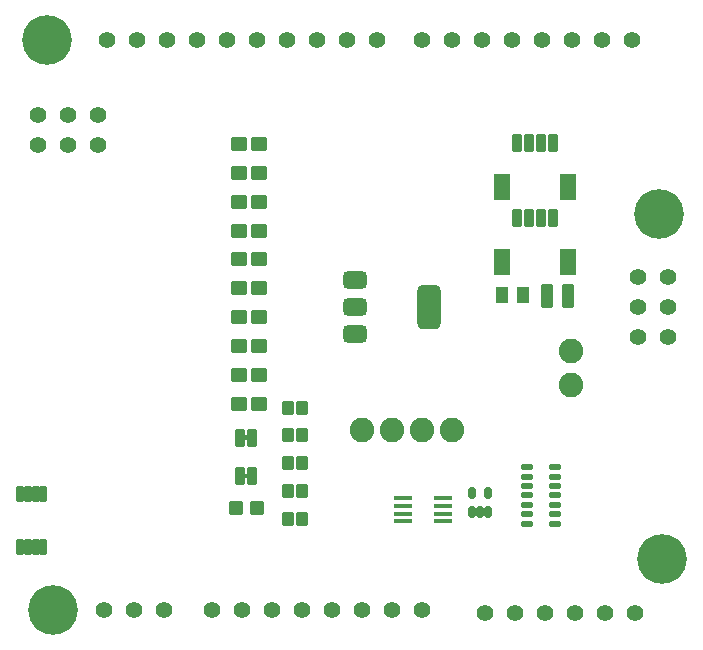
<source format=gbr>
%TF.GenerationSoftware,KiCad,Pcbnew,8.0.5*%
%TF.CreationDate,2024-12-11T22:42:58-06:00*%
%TF.ProjectId,4011MS2,34303131-4d53-4322-9e6b-696361645f70,1.0*%
%TF.SameCoordinates,Original*%
%TF.FileFunction,Soldermask,Top*%
%TF.FilePolarity,Negative*%
%FSLAX46Y46*%
G04 Gerber Fmt 4.6, Leading zero omitted, Abs format (unit mm)*
G04 Created by KiCad (PCBNEW 8.0.5) date 2024-12-11 22:42:58*
%MOMM*%
%LPD*%
G01*
G04 APERTURE LIST*
G04 Aperture macros list*
%AMRoundRect*
0 Rectangle with rounded corners*
0 $1 Rounding radius*
0 $2 $3 $4 $5 $6 $7 $8 $9 X,Y pos of 4 corners*
0 Add a 4 corners polygon primitive as box body*
4,1,4,$2,$3,$4,$5,$6,$7,$8,$9,$2,$3,0*
0 Add four circle primitives for the rounded corners*
1,1,$1+$1,$2,$3*
1,1,$1+$1,$4,$5*
1,1,$1+$1,$6,$7*
1,1,$1+$1,$8,$9*
0 Add four rect primitives between the rounded corners*
20,1,$1+$1,$2,$3,$4,$5,0*
20,1,$1+$1,$4,$5,$6,$7,0*
20,1,$1+$1,$6,$7,$8,$9,0*
20,1,$1+$1,$8,$9,$2,$3,0*%
G04 Aperture macros list end*
%ADD10C,0.000000*%
%ADD11RoundRect,0.101600X-0.425000X-0.450000X0.425000X-0.450000X0.425000X0.450000X-0.425000X0.450000X0*%
%ADD12RoundRect,0.101600X-0.550000X-0.500000X0.550000X-0.500000X0.550000X0.500000X-0.550000X0.500000X0*%
%ADD13R,1.600000X0.300000*%
%ADD14RoundRect,0.101600X-0.300000X-0.675000X0.300000X-0.675000X0.300000X0.675000X-0.300000X0.675000X0*%
%ADD15RoundRect,0.101600X-0.600000X-1.000000X0.600000X-1.000000X0.600000X1.000000X-0.600000X1.000000X0*%
%ADD16C,4.199890*%
%ADD17C,1.422000*%
%ADD18RoundRect,0.101600X-0.200000X-0.550000X0.200000X-0.550000X0.200000X0.550000X-0.200000X0.550000X0*%
%ADD19RoundRect,0.101600X0.400000X-0.900000X0.400000X0.900000X-0.400000X0.900000X-0.400000X-0.900000X0*%
%ADD20C,2.082800*%
%ADD21RoundRect,0.101600X-0.330200X-0.635000X0.330200X-0.635000X0.330200X0.635000X-0.330200X0.635000X0*%
%ADD22RoundRect,0.180480X-0.421120X0.421120X-0.421120X-0.421120X0.421120X-0.421120X0.421120X0.421120X0*%
%ADD23RoundRect,0.101600X-0.200000X-0.375000X0.200000X-0.375000X0.200000X0.375000X-0.200000X0.375000X0*%
%ADD24RoundRect,0.101600X-0.375000X-0.175000X0.375000X-0.175000X0.375000X0.175000X-0.375000X0.175000X0*%
%ADD25RoundRect,0.101600X-0.400000X-0.600000X0.400000X-0.600000X0.400000X0.600000X-0.400000X0.600000X0*%
%ADD26RoundRect,0.375000X-0.625000X-0.375000X0.625000X-0.375000X0.625000X0.375000X-0.625000X0.375000X0*%
%ADD27RoundRect,0.500000X-0.500000X-1.400000X0.500000X-1.400000X0.500000X1.400000X-0.500000X1.400000X0*%
G04 APERTURE END LIST*
D10*
%TO.C,JP2*%
G36*
X137749800Y-105704300D02*
G01*
X137241800Y-105704300D01*
X137241800Y-105323300D01*
X137749800Y-105323300D01*
X137749800Y-105704300D01*
G37*
%TO.C,JP1*%
G36*
X137749800Y-102469100D02*
G01*
X137241800Y-102469100D01*
X137241800Y-102088100D01*
X137749800Y-102088100D01*
X137749800Y-102469100D01*
G37*
%TD*%
D11*
%TO.C,C9*%
X141070400Y-106788800D03*
X142230400Y-106788800D03*
%TD*%
D12*
%TO.C,C8*%
X136950400Y-84738800D03*
X138650400Y-84738800D03*
%TD*%
D13*
%TO.C,U11*%
X150800000Y-107396000D03*
X150800000Y-108046000D03*
X150800000Y-108696000D03*
X150800000Y-109346000D03*
X154200000Y-109346000D03*
X154200000Y-108696000D03*
X154200000Y-108046000D03*
X154200000Y-107396000D03*
%TD*%
D11*
%TO.C,C2*%
X141070400Y-99736400D03*
X142230400Y-99736400D03*
%TD*%
D14*
%TO.C,J6*%
X160465000Y-77336000D03*
X161465000Y-77336000D03*
X162465000Y-77336000D03*
X163465000Y-77336000D03*
D15*
X164765000Y-81011000D03*
X159165000Y-81011000D03*
%TD*%
D16*
%TO.C,H1*%
X120650000Y-68580000D03*
%TD*%
D17*
%TO.C,J10*%
X134620000Y-116840000D03*
X137160000Y-116840000D03*
X139700000Y-116840000D03*
X142240000Y-116840000D03*
X144780000Y-116840000D03*
X147320000Y-116840000D03*
X149860000Y-116840000D03*
X152400000Y-116840000D03*
%TD*%
D12*
%TO.C,R3*%
X136950400Y-92091200D03*
X138650400Y-92091200D03*
%TD*%
D16*
%TO.C,H4*%
X121158000Y-116840000D03*
%TD*%
D18*
%TO.C,U2*%
X118405000Y-111506000D03*
X119055000Y-111506000D03*
X119705000Y-111506000D03*
X120355000Y-111506000D03*
X120355000Y-107006000D03*
X119705000Y-107006000D03*
X119055000Y-107006000D03*
X118405000Y-107006000D03*
%TD*%
D12*
%TO.C,C4*%
X136950400Y-79837200D03*
X138650400Y-79837200D03*
%TD*%
D17*
%TO.C,J14*%
X152400000Y-68580000D03*
X154940000Y-68580000D03*
X157480000Y-68580000D03*
X160020000Y-68580000D03*
X162560000Y-68580000D03*
X165100000Y-68580000D03*
X167640000Y-68580000D03*
X170180000Y-68580000D03*
%TD*%
D16*
%TO.C,H2*%
X172466000Y-83312000D03*
%TD*%
D12*
%TO.C,C1*%
X136950400Y-77386400D03*
X138650400Y-77386400D03*
%TD*%
%TO.C,R6*%
X136950400Y-99443600D03*
X138650400Y-99443600D03*
%TD*%
D17*
%TO.C,J9*%
X125476000Y-116840000D03*
X128016000Y-116840000D03*
X130556000Y-116840000D03*
%TD*%
D19*
%TO.C,L1*%
X163015000Y-90311000D03*
X164815000Y-90311000D03*
%TD*%
D17*
%TO.C,J11*%
X157734000Y-117094000D03*
X160274000Y-117094000D03*
X162814000Y-117094000D03*
X165354000Y-117094000D03*
X167894000Y-117094000D03*
X170434000Y-117094000D03*
%TD*%
D20*
%TO.C,J2*%
X165064800Y-97830400D03*
%TD*%
D21*
%TO.C,JP2*%
X136975100Y-105513800D03*
X138016500Y-105513800D03*
%TD*%
D11*
%TO.C,C3*%
X141070400Y-102087200D03*
X142230400Y-102087200D03*
%TD*%
D22*
%TO.C,D1*%
X136675000Y-108208850D03*
X138429000Y-108208850D03*
%TD*%
D23*
%TO.C,U8*%
X156688500Y-108606000D03*
X157338500Y-108606000D03*
X157988500Y-108606000D03*
X157988500Y-106956000D03*
X156688500Y-106956000D03*
%TD*%
D12*
%TO.C,R1*%
X136950400Y-87189600D03*
X138650400Y-87189600D03*
%TD*%
D11*
%TO.C,C7*%
X141070400Y-104438000D03*
X142230400Y-104438000D03*
%TD*%
D20*
%TO.C,J17*%
X147320000Y-101600000D03*
X149860000Y-101600000D03*
X152400000Y-101600000D03*
X154940000Y-101600000D03*
%TD*%
D21*
%TO.C,JP1*%
X136975100Y-102278600D03*
X138016500Y-102278600D03*
%TD*%
D24*
%TO.C,U10*%
X161317000Y-104764000D03*
X161317000Y-105564000D03*
X161317000Y-106364000D03*
X161317000Y-107164000D03*
X161317000Y-107963999D03*
X161317000Y-108763999D03*
X161317000Y-109563999D03*
X163716999Y-109563999D03*
X163716999Y-108763999D03*
X163716999Y-107963999D03*
X163716999Y-107164000D03*
X163716999Y-106364000D03*
X163716999Y-105564000D03*
X163716999Y-104764000D03*
%TD*%
D12*
%TO.C,C5*%
X136950400Y-82288000D03*
X138650400Y-82288000D03*
%TD*%
D14*
%TO.C,J16*%
X160465000Y-83712600D03*
X161465000Y-83712600D03*
X162465000Y-83712600D03*
X163465000Y-83712600D03*
D15*
X164765000Y-87387600D03*
X159165000Y-87387600D03*
%TD*%
D17*
%TO.C,J12*%
X119888000Y-77470000D03*
X119888000Y-74930000D03*
X122428000Y-77470000D03*
X122428000Y-74930000D03*
X124968000Y-77470000D03*
X124968000Y-74930000D03*
%TD*%
D12*
%TO.C,R5*%
X136950400Y-96992800D03*
X138650400Y-96992800D03*
%TD*%
D25*
%TO.C,C6*%
X159190400Y-90236400D03*
X160990400Y-90236400D03*
%TD*%
D12*
%TO.C,R4*%
X136950400Y-94542000D03*
X138650400Y-94542000D03*
%TD*%
D16*
%TO.C,H3*%
X172720000Y-112522000D03*
%TD*%
D26*
%TO.C,U12*%
X146710000Y-88886000D03*
X146710000Y-91186000D03*
D27*
X153010000Y-91186000D03*
D26*
X146710000Y-93486000D03*
%TD*%
D20*
%TO.C,J1*%
X165064800Y-94950800D03*
%TD*%
D17*
%TO.C,J15*%
X170688000Y-88646000D03*
X173228000Y-88646000D03*
X170688000Y-91186000D03*
X173228000Y-91186000D03*
X170688000Y-93726000D03*
X173228000Y-93726000D03*
%TD*%
D11*
%TO.C,C10*%
X141070400Y-109139600D03*
X142230400Y-109139600D03*
%TD*%
D12*
%TO.C,R2*%
X136950400Y-89640400D03*
X138650400Y-89640400D03*
%TD*%
D17*
%TO.C,J13*%
X125730000Y-68580000D03*
X128270000Y-68580000D03*
X130810000Y-68580000D03*
X133350000Y-68580000D03*
X135890000Y-68580000D03*
X138430000Y-68580000D03*
X140970000Y-68580000D03*
X143510000Y-68580000D03*
X146050000Y-68580000D03*
X148590000Y-68580000D03*
%TD*%
M02*

</source>
